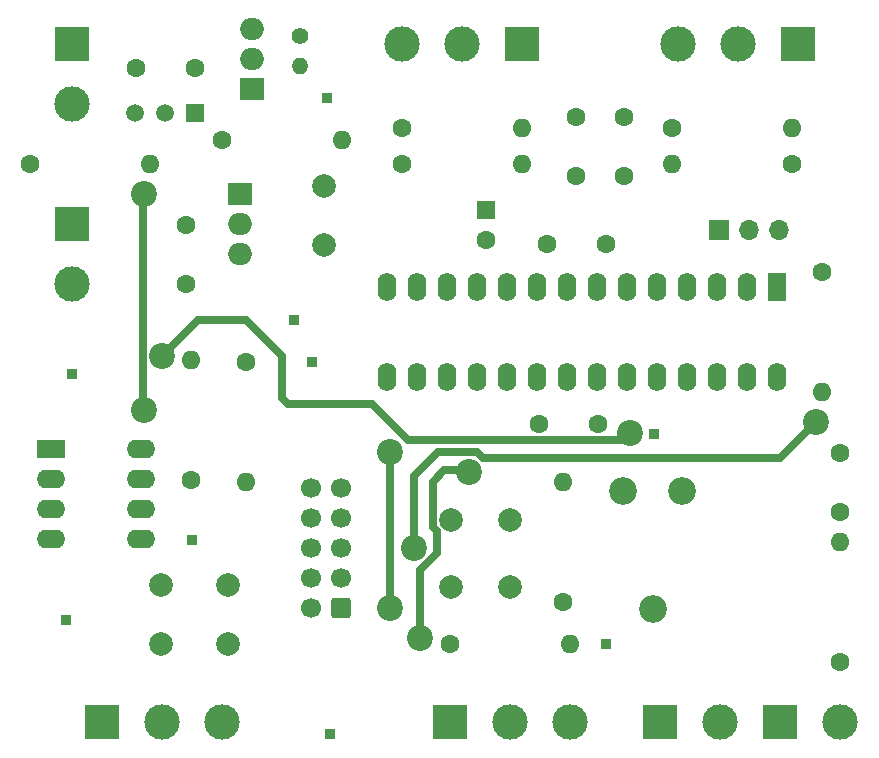
<source format=gbr>
%TF.GenerationSoftware,KiCad,Pcbnew,8.0.4*%
%TF.CreationDate,2024-08-16T13:31:29+02:00*%
%TF.ProjectId,throttle-tune,7468726f-7474-46c6-952d-74756e652e6b,rev?*%
%TF.SameCoordinates,Original*%
%TF.FileFunction,Copper,L1,Top*%
%TF.FilePolarity,Positive*%
%FSLAX46Y46*%
G04 Gerber Fmt 4.6, Leading zero omitted, Abs format (unit mm)*
G04 Created by KiCad (PCBNEW 8.0.4) date 2024-08-16 13:31:29*
%MOMM*%
%LPD*%
G01*
G04 APERTURE LIST*
G04 Aperture macros list*
%AMRoundRect*
0 Rectangle with rounded corners*
0 $1 Rounding radius*
0 $2 $3 $4 $5 $6 $7 $8 $9 X,Y pos of 4 corners*
0 Add a 4 corners polygon primitive as box body*
4,1,4,$2,$3,$4,$5,$6,$7,$8,$9,$2,$3,0*
0 Add four circle primitives for the rounded corners*
1,1,$1+$1,$2,$3*
1,1,$1+$1,$4,$5*
1,1,$1+$1,$6,$7*
1,1,$1+$1,$8,$9*
0 Add four rect primitives between the rounded corners*
20,1,$1+$1,$2,$3,$4,$5,0*
20,1,$1+$1,$4,$5,$6,$7,0*
20,1,$1+$1,$6,$7,$8,$9,0*
20,1,$1+$1,$8,$9,$2,$3,0*%
G04 Aperture macros list end*
%TA.AperFunction,ComponentPad*%
%ADD10R,3.000000X3.000000*%
%TD*%
%TA.AperFunction,ComponentPad*%
%ADD11C,3.000000*%
%TD*%
%TA.AperFunction,ComponentPad*%
%ADD12C,1.600000*%
%TD*%
%TA.AperFunction,ComponentPad*%
%ADD13O,1.600000X1.600000*%
%TD*%
%TA.AperFunction,ComponentPad*%
%ADD14R,0.850000X0.850000*%
%TD*%
%TA.AperFunction,ComponentPad*%
%ADD15C,2.340000*%
%TD*%
%TA.AperFunction,ComponentPad*%
%ADD16R,1.500000X1.500000*%
%TD*%
%TA.AperFunction,ComponentPad*%
%ADD17C,1.500000*%
%TD*%
%TA.AperFunction,ComponentPad*%
%ADD18C,2.000000*%
%TD*%
%TA.AperFunction,ComponentPad*%
%ADD19R,2.400000X1.600000*%
%TD*%
%TA.AperFunction,ComponentPad*%
%ADD20O,2.400000X1.600000*%
%TD*%
%TA.AperFunction,ComponentPad*%
%ADD21R,2.000000X1.905000*%
%TD*%
%TA.AperFunction,ComponentPad*%
%ADD22O,2.000000X1.905000*%
%TD*%
%TA.AperFunction,ComponentPad*%
%ADD23C,1.400000*%
%TD*%
%TA.AperFunction,ComponentPad*%
%ADD24O,1.400000X1.400000*%
%TD*%
%TA.AperFunction,ComponentPad*%
%ADD25R,1.700000X1.700000*%
%TD*%
%TA.AperFunction,ComponentPad*%
%ADD26O,1.700000X1.700000*%
%TD*%
%TA.AperFunction,ComponentPad*%
%ADD27R,1.600000X2.400000*%
%TD*%
%TA.AperFunction,ComponentPad*%
%ADD28O,1.600000X2.400000*%
%TD*%
%TA.AperFunction,ComponentPad*%
%ADD29RoundRect,0.250000X0.600000X0.600000X-0.600000X0.600000X-0.600000X-0.600000X0.600000X-0.600000X0*%
%TD*%
%TA.AperFunction,ComponentPad*%
%ADD30C,1.700000*%
%TD*%
%TA.AperFunction,ComponentPad*%
%ADD31R,1.600000X1.600000*%
%TD*%
%TA.AperFunction,ViaPad*%
%ADD32C,2.200000*%
%TD*%
%TA.AperFunction,Conductor*%
%ADD33C,0.700000*%
%TD*%
G04 APERTURE END LIST*
D10*
%TO.P,J10,1,Pin_1*%
%TO.N,9V-Batt*%
X6096000Y-5588000D03*
D11*
%TO.P,J10,2,Pin_2*%
%TO.N,GND*%
X6096000Y-10668000D03*
%TD*%
D12*
%TO.P,C11,1*%
%TO.N,/speedSwitch1_slow*%
X52832000Y-16724000D03*
%TO.P,C11,2*%
%TO.N,GND*%
X52832000Y-11724000D03*
%TD*%
%TO.P,R8,1*%
%TO.N,GND*%
X38100000Y-56388000D03*
D13*
%TO.P,R8,2*%
%TO.N,/Trottle-IN*%
X48260000Y-56388000D03*
%TD*%
D12*
%TO.P,C12,1*%
%TO.N,/speedSwitch2_fast*%
X48768000Y-16764000D03*
%TO.P,C12,2*%
%TO.N,GND*%
X48768000Y-11764000D03*
%TD*%
D10*
%TO.P,J1,1,Pin_1*%
%TO.N,Net-(J1-Pin_1)*%
X67564000Y-5588000D03*
D11*
%TO.P,J1,2,Pin_2*%
%TO.N,Net-(J1-Pin_2)*%
X62484000Y-5588000D03*
%TO.P,J1,3,Pin_3*%
%TO.N,Net-(J1-Pin_3)*%
X57404000Y-5588000D03*
%TD*%
D12*
%TO.P,R4,1*%
%TO.N,/RESET*%
X69596000Y-24892000D03*
D13*
%TO.P,R4,2*%
%TO.N,+5V*%
X69596000Y-35052000D03*
%TD*%
D14*
%TO.P,TP4,1,1*%
%TO.N,/Trottle-IN*%
X51308000Y-56388000D03*
%TD*%
D12*
%TO.P,R12,1*%
%TO.N,Net-(Q1-G)*%
X18796000Y-13716000D03*
D13*
%TO.P,R12,2*%
%TO.N,9V-Batt*%
X28956000Y-13716000D03*
%TD*%
D14*
%TO.P,TP7,1,1*%
%TO.N,GND*%
X6096000Y-33528000D03*
%TD*%
D15*
%TO.P,RV1,1,1*%
%TO.N,Net-(R5-Pad2)*%
X52722000Y-43387000D03*
%TO.P,RV1,2,2*%
%TO.N,/Throttle-IN-Filtered*%
X55222000Y-53387000D03*
%TO.P,RV1,3,3*%
X57722000Y-43387000D03*
%TD*%
D16*
%TO.P,Q2,1,C*%
%TO.N,Net-(Q1-G)*%
X16510000Y-11430000D03*
D17*
%TO.P,Q2,2,B*%
%TO.N,Net-(Q2-B)*%
X13970000Y-11430000D03*
%TO.P,Q2,3,E*%
%TO.N,GND*%
X11430000Y-11430000D03*
%TD*%
D10*
%TO.P,J2,1,Pin_1*%
%TO.N,GND*%
X38100000Y-62992000D03*
D11*
%TO.P,J2,2,Pin_2*%
%TO.N,/Trottle-IN*%
X43180000Y-62992000D03*
%TO.P,J2,3,Pin_3*%
%TO.N,+5V_motorcontroller*%
X48260000Y-62992000D03*
%TD*%
D12*
%TO.P,R11,1*%
%TO.N,/REV-in*%
X71120000Y-57912000D03*
D13*
%TO.P,R11,2*%
%TO.N,/Reverse-sw*%
X71120000Y-47752000D03*
%TD*%
D18*
%TO.P,C2,1*%
%TO.N,Net-(U2B-+)*%
X13589000Y-51348000D03*
%TO.P,C2,2*%
%TO.N,GND*%
X13589000Y-56348000D03*
%TD*%
D12*
%TO.P,R9,1*%
%TO.N,Net-(J1-Pin_2)*%
X34036000Y-15748000D03*
D13*
%TO.P,R9,2*%
%TO.N,/speedSwitch2_fast*%
X44196000Y-15748000D03*
%TD*%
D10*
%TO.P,J4,1,Pin_1*%
%TO.N,Net-(J1-Pin_1)*%
X44196000Y-5588000D03*
D11*
%TO.P,J4,2,Pin_2*%
%TO.N,Net-(J1-Pin_2)*%
X39116000Y-5588000D03*
%TO.P,J4,3,Pin_3*%
%TO.N,Net-(J1-Pin_3)*%
X34036000Y-5588000D03*
%TD*%
D19*
%TO.P,U2,1*%
%TO.N,unconnected-(U2-Pad1)*%
X4303000Y-39888000D03*
D20*
%TO.P,U2,2,-*%
%TO.N,GND*%
X4303000Y-42428000D03*
%TO.P,U2,3,+*%
X4303000Y-44968000D03*
%TO.P,U2,4,V-*%
X4303000Y-47508000D03*
%TO.P,U2,5,+*%
%TO.N,Net-(U2B-+)*%
X11923000Y-47508000D03*
%TO.P,U2,6,-*%
%TO.N,/Throttle-OUT*%
X11923000Y-44968000D03*
%TO.P,U2,7*%
%TO.N,Net-(R6-Pad1)*%
X11923000Y-42428000D03*
%TO.P,U2,8,V+*%
%TO.N,+9V*%
X11923000Y-39888000D03*
%TD*%
D12*
%TO.P,R7,1*%
%TO.N,+5V_motorcontroller*%
X2540000Y-15748000D03*
D13*
%TO.P,R7,2*%
%TO.N,Net-(Q2-B)*%
X12700000Y-15748000D03*
%TD*%
D10*
%TO.P,J9,1,Pin_1*%
%TO.N,GND*%
X6096000Y-20828000D03*
D11*
%TO.P,J9,2,Pin_2*%
%TO.N,+5V*%
X6096000Y-25908000D03*
%TD*%
D12*
%TO.P,R10,1*%
%TO.N,Net-(J1-Pin_1)*%
X67056000Y-15748000D03*
D13*
%TO.P,R10,2*%
%TO.N,/speedSwitch1_slow*%
X56896000Y-15748000D03*
%TD*%
D14*
%TO.P,TP5,1,1*%
%TO.N,/Throttle-IN-Filtered*%
X55372000Y-38608000D03*
%TD*%
D21*
%TO.P,Q1,1,G*%
%TO.N,Net-(Q1-G)*%
X21336000Y-9398000D03*
D22*
%TO.P,Q1,2,D*%
%TO.N,+9V*%
X21336000Y-6858000D03*
%TO.P,Q1,3,S*%
%TO.N,9V-Batt*%
X21336000Y-4318000D03*
%TD*%
D12*
%TO.P,R3,1*%
%TO.N,Net-(J1-Pin_2)*%
X34036000Y-12700000D03*
D13*
%TO.P,R3,2*%
%TO.N,GND*%
X44196000Y-12700000D03*
%TD*%
D12*
%TO.P,C13,1*%
%TO.N,/Reverse-sw*%
X71120000Y-45172000D03*
%TO.P,C13,2*%
%TO.N,GND*%
X71120000Y-40172000D03*
%TD*%
D18*
%TO.P,C10,1*%
%TO.N,/Throttle-IN-Filtered*%
X43180000Y-45847000D03*
%TO.P,C10,2*%
%TO.N,GND*%
X38180000Y-45847000D03*
%TD*%
D14*
%TO.P,TP10,1,1*%
%TO.N,Net-(U2B-+)*%
X16256000Y-47538000D03*
%TD*%
D18*
%TO.P,C1,1*%
%TO.N,/Throttle-IN-Filtered*%
X43180000Y-51562000D03*
%TO.P,C1,2*%
%TO.N,GND*%
X38180000Y-51562000D03*
%TD*%
D14*
%TO.P,TP8,1,1*%
%TO.N,+5V_motorcontroller*%
X27940000Y-64008000D03*
%TD*%
D12*
%TO.P,C5,1*%
%TO.N,+5V*%
X51268000Y-22479000D03*
%TO.P,C5,2*%
%TO.N,GND*%
X46268000Y-22479000D03*
%TD*%
D14*
%TO.P,TP1,1,1*%
%TO.N,/PWM*%
X26416000Y-32512000D03*
%TD*%
D12*
%TO.P,R2,1*%
%TO.N,GND*%
X56896000Y-12700000D03*
D13*
%TO.P,R2,2*%
%TO.N,Net-(J1-Pin_1)*%
X67056000Y-12700000D03*
%TD*%
D12*
%TO.P,C6,1*%
%TO.N,+5V*%
X45633000Y-37719000D03*
%TO.P,C6,2*%
%TO.N,GND*%
X50633000Y-37719000D03*
%TD*%
D23*
%TO.P,JP1,1,A*%
%TO.N,9V-Batt*%
X25400000Y-4876000D03*
D24*
%TO.P,JP1,2,B*%
%TO.N,+9V*%
X25400000Y-7416000D03*
%TD*%
D12*
%TO.P,C9,1*%
%TO.N,Net-(Q1-G)*%
X16470000Y-7620000D03*
%TO.P,C9,2*%
%TO.N,GND*%
X11470000Y-7620000D03*
%TD*%
D25*
%TO.P,J5,1,Pin_1*%
%TO.N,/UART_TX*%
X60848000Y-21336000D03*
D26*
%TO.P,J5,2,Pin_2*%
%TO.N,/UART_RX*%
X63388000Y-21336000D03*
%TO.P,J5,3,Pin_3*%
%TO.N,GND*%
X65928000Y-21336000D03*
%TD*%
D14*
%TO.P,TP9,1,1*%
%TO.N,+9V*%
X27686000Y-10160000D03*
%TD*%
D21*
%TO.P,U1,1,VI*%
%TO.N,+9V*%
X20320000Y-18288000D03*
D22*
%TO.P,U1,2,GND*%
%TO.N,GND*%
X20320000Y-20828000D03*
%TO.P,U1,3,VO*%
%TO.N,+5V*%
X20320000Y-23368000D03*
%TD*%
D27*
%TO.P,IC1,1,PC6(~{RESET})*%
%TO.N,/RESET*%
X65786000Y-26162000D03*
D28*
%TO.P,IC1,2,(RXD)PD0*%
%TO.N,/UART_RX*%
X63246000Y-26162000D03*
%TO.P,IC1,3,(TXD)PD1*%
%TO.N,/UART_TX*%
X60706000Y-26162000D03*
%TO.P,IC1,4,(INT0)PD2*%
%TO.N,/speedSwitch1_slow*%
X58166000Y-26162000D03*
%TO.P,IC1,5,(INT1)PD3*%
%TO.N,/speedSwitch2_fast*%
X55626000Y-26162000D03*
%TO.P,IC1,6,(XCK/T0)PD4*%
%TO.N,unconnected-(IC1-(XCK{slash}T0)PD4-Pad6)*%
X53086000Y-26162000D03*
%TO.P,IC1,7,VCC*%
%TO.N,+5V*%
X50546000Y-26162000D03*
%TO.P,IC1,8,GND*%
%TO.N,GND*%
X48006000Y-26162000D03*
%TO.P,IC1,9,PB6(XTAL1/TOSC1)*%
%TO.N,unconnected-(IC1-PB6(XTAL1{slash}TOSC1)-Pad9)*%
X45466000Y-26162000D03*
%TO.P,IC1,10,PB7(XTAL2/TOSC2)*%
%TO.N,unconnected-(IC1-PB7(XTAL2{slash}TOSC2)-Pad10)*%
X42926000Y-26162000D03*
%TO.P,IC1,11,(T1)PD5*%
%TO.N,unconnected-(IC1-(T1)PD5-Pad11)*%
X40386000Y-26162000D03*
%TO.P,IC1,12,(AIN0)PD6*%
%TO.N,unconnected-(IC1-(AIN0)PD6-Pad12)*%
X37846000Y-26162000D03*
%TO.P,IC1,13,(AIN1)PD7*%
%TO.N,unconnected-(IC1-(AIN1)PD7-Pad13)*%
X35306000Y-26162000D03*
%TO.P,IC1,14,(ICP)PB0*%
%TO.N,unconnected-(IC1-(ICP)PB0-Pad14)*%
X32766000Y-26162000D03*
%TO.P,IC1,15,(OC1A)PB1*%
%TO.N,/PWM*%
X32766000Y-33782000D03*
%TO.P,IC1,16,(~{SS}/OC1B)PB2*%
%TO.N,unconnected-(IC1-(~{SS}{slash}OC1B)PB2-Pad16)*%
X35306000Y-33782000D03*
%TO.P,IC1,17,(MOSI/OC2)PB3*%
%TO.N,/MOSI*%
X37846000Y-33782000D03*
%TO.P,IC1,18,(MISO)PB4*%
%TO.N,/MISO*%
X40386000Y-33782000D03*
%TO.P,IC1,19,(SCK)PB5*%
%TO.N,/SCK*%
X42926000Y-33782000D03*
%TO.P,IC1,20,AVCC*%
%TO.N,+5V*%
X45466000Y-33782000D03*
%TO.P,IC1,21,AREF*%
%TO.N,unconnected-(IC1-AREF-Pad21)*%
X48006000Y-33782000D03*
%TO.P,IC1,22,AGND*%
%TO.N,GND*%
X50546000Y-33782000D03*
%TO.P,IC1,23,(ADC0)PC0*%
%TO.N,/Throttle-OUT*%
X53086000Y-33782000D03*
%TO.P,IC1,24,(ADC1)PC1*%
%TO.N,/Throttle-IN-Filtered*%
X55626000Y-33782000D03*
%TO.P,IC1,25,(ADC2)PC2*%
%TO.N,Net-(IC1-(ADC2)PC2)*%
X58166000Y-33782000D03*
%TO.P,IC1,26,(ADC3)PC3*%
%TO.N,Net-(IC1-(ADC3)PC3)*%
X60706000Y-33782000D03*
%TO.P,IC1,27,(ADC4/SDA)PC4*%
%TO.N,Net-(IC1-(ADC4{slash}SDA)PC4)*%
X63246000Y-33782000D03*
%TO.P,IC1,28,(ADC5/SCL)PC5*%
%TO.N,/Reverse-sw*%
X65786000Y-33782000D03*
%TD*%
D12*
%TO.P,R5,1*%
%TO.N,/Trottle-IN*%
X47665000Y-52832000D03*
D13*
%TO.P,R5,2*%
%TO.N,Net-(R5-Pad2)*%
X47665000Y-42672000D03*
%TD*%
D12*
%TO.P,R6,1*%
%TO.N,Net-(R6-Pad1)*%
X16114000Y-42458000D03*
D13*
%TO.P,R6,2*%
%TO.N,/Throttle-OUT*%
X16114000Y-32298000D03*
%TD*%
D14*
%TO.P,TP3,1,1*%
%TO.N,/Throttle-OUT*%
X5588000Y-54356000D03*
%TD*%
D12*
%TO.P,R1,1*%
%TO.N,/PWM*%
X20828000Y-32512000D03*
D13*
%TO.P,R1,2*%
%TO.N,Net-(U2B-+)*%
X20828000Y-42672000D03*
%TD*%
D10*
%TO.P,J3,1,Pin_1*%
%TO.N,GND*%
X8636000Y-62992000D03*
D11*
%TO.P,J3,2,Pin_2*%
%TO.N,/Throttle-OUT*%
X13716000Y-62992000D03*
%TO.P,J3,3,Pin_3*%
%TO.N,+5V_motorcontroller*%
X18796000Y-62992000D03*
%TD*%
D12*
%TO.P,C8,1*%
%TO.N,+5V*%
X15748000Y-25868000D03*
%TO.P,C8,2*%
%TO.N,GND*%
X15748000Y-20868000D03*
%TD*%
D18*
%TO.P,C7,1*%
%TO.N,+9V*%
X27432000Y-17566000D03*
%TO.P,C7,2*%
%TO.N,GND*%
X27432000Y-22566000D03*
%TD*%
D29*
%TO.P,P1,1*%
%TO.N,/MOSI*%
X28824250Y-53340000D03*
D30*
%TO.P,P1,2*%
%TO.N,+5V*%
X26284250Y-53340000D03*
%TO.P,P1,3*%
%TO.N,GND*%
X28824250Y-50800000D03*
%TO.P,P1,4*%
X26284250Y-50800000D03*
%TO.P,P1,5*%
%TO.N,/RESET*%
X28824250Y-48260000D03*
%TO.P,P1,6*%
%TO.N,GND*%
X26284250Y-48260000D03*
%TO.P,P1,7*%
%TO.N,/SCK*%
X28824250Y-45720000D03*
%TO.P,P1,8*%
%TO.N,GND*%
X26284250Y-45720000D03*
%TO.P,P1,9*%
%TO.N,/MISO*%
X28824250Y-43180000D03*
%TO.P,P1,10*%
%TO.N,GND*%
X26284250Y-43180000D03*
%TD*%
D10*
%TO.P,J7,1,Pin_1*%
%TO.N,Net-(IC1-(ADC2)PC2)*%
X55880000Y-62992000D03*
D11*
%TO.P,J7,2,Pin_2*%
%TO.N,Net-(IC1-(ADC3)PC3)*%
X60960000Y-62992000D03*
%TD*%
D31*
%TO.P,C4,1*%
%TO.N,+5V*%
X41148000Y-19622888D03*
D12*
%TO.P,C4,2*%
%TO.N,GND*%
X41148000Y-22122888D03*
%TD*%
D10*
%TO.P,J8,1,Pin_1*%
%TO.N,Net-(IC1-(ADC4{slash}SDA)PC4)*%
X66040000Y-62992000D03*
D11*
%TO.P,J8,2,Pin_2*%
%TO.N,/REV-in*%
X71120000Y-62992000D03*
%TD*%
D14*
%TO.P,TP6,1,1*%
%TO.N,+5V*%
X24892000Y-28956000D03*
%TD*%
D18*
%TO.P,C3,1*%
%TO.N,Net-(U2B-+)*%
X19304000Y-51348000D03*
%TO.P,C3,2*%
%TO.N,GND*%
X19304000Y-56348000D03*
%TD*%
D32*
%TO.N,+5V*%
X39699416Y-41782000D03*
X35560000Y-55880000D03*
%TO.N,+9V*%
X12192000Y-18288000D03*
X12192000Y-36576000D03*
%TO.N,/Throttle-OUT*%
X53340000Y-38482000D03*
X13716000Y-32004000D03*
%TO.N,/MOSI*%
X33020000Y-40132000D03*
X33020000Y-53340000D03*
%TO.N,/RESET*%
X69088000Y-37592000D03*
X35052000Y-48260000D03*
%TD*%
D33*
%TO.N,+5V*%
X39573416Y-41656000D02*
X39699416Y-41782000D01*
X36630000Y-42618000D02*
X37592000Y-41656000D01*
X35560000Y-55880000D02*
X35560000Y-50085453D01*
X35560000Y-50085453D02*
X36980484Y-48664969D01*
X36980484Y-48664969D02*
X36980484Y-46839516D01*
X36630000Y-46489032D02*
X36630000Y-42618000D01*
X36980484Y-46839516D02*
X36630000Y-46489032D01*
X37592000Y-41656000D02*
X39573416Y-41656000D01*
%TO.N,+9V*%
X12066000Y-18414000D02*
X12192000Y-18288000D01*
X12066000Y-36450000D02*
X12066000Y-18414000D01*
X12192000Y-36576000D02*
X12066000Y-36450000D01*
%TO.N,/Throttle-OUT*%
X31496000Y-36068000D02*
X28448000Y-36068000D01*
X53340000Y-38608000D02*
X52879000Y-39069000D01*
X34497000Y-39069000D02*
X31496000Y-36068000D01*
X52879000Y-39069000D02*
X34497000Y-39069000D01*
X24384000Y-36068000D02*
X23876000Y-35560000D01*
X28448000Y-36068000D02*
X24384000Y-36068000D01*
X23876000Y-32004000D02*
X20828000Y-28956000D01*
X20828000Y-28956000D02*
X16764000Y-28956000D01*
X53340000Y-38482000D02*
X53340000Y-38608000D01*
X16764000Y-28956000D02*
X13716000Y-32004000D01*
X23876000Y-35560000D02*
X23876000Y-32004000D01*
%TO.N,/MOSI*%
X33020000Y-40132000D02*
X33020000Y-53340000D01*
%TO.N,/RESET*%
X66040000Y-40640000D02*
X69088000Y-37592000D01*
X37084000Y-40132000D02*
X40382869Y-40132000D01*
X35052000Y-48260000D02*
X35052000Y-42164000D01*
X35052000Y-42164000D02*
X37084000Y-40132000D01*
X40382869Y-40132000D02*
X40890869Y-40640000D01*
X40890869Y-40640000D02*
X66040000Y-40640000D01*
%TD*%
M02*

</source>
